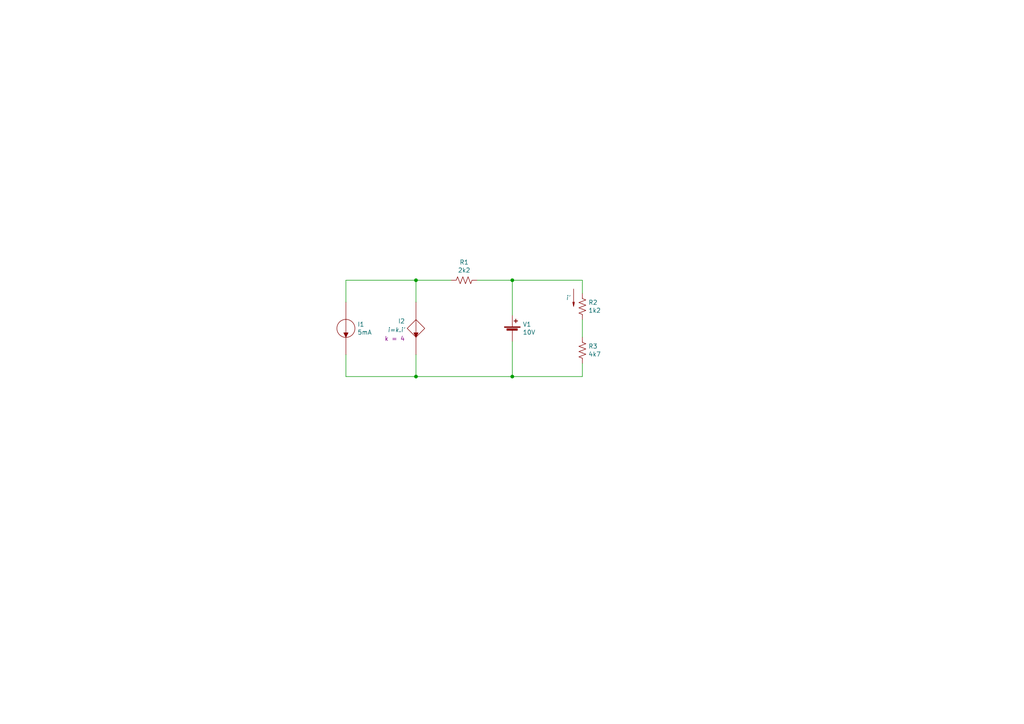
<source format=kicad_sch>
(kicad_sch (version 20211123) (generator eeschema)
  (paper "A4")
  (lib_symbols
    (symbol "Device:Battery_Cell" (pin_numbers hide) (pin_names (offset 0) hide)
      (property "Reference" "BT" (at 2.54 2.54 0))
      (property "Value" "Battery_Cell" (at 2.54 0 0))
      (symbol "Battery_Cell_0_1"
        (rectangle (start -2.286 1.778) (end 2.286 1.524) (fill (type outline)))
        (rectangle (start -1.5748 1.1938) (end 1.4732 0.6858) (fill (type outline)))
        (polyline (pts (xy 0 0.762) (xy 0 0)))
        (polyline (pts (xy 0 1.778) (xy 0 2.54)))
        (polyline (pts (xy 0.508 3.429) (xy 1.524 3.429)) (stroke (width 0.254)))
        (polyline (pts (xy 1.016 3.937) (xy 1.016 2.921)) (stroke (width 0.254)))
      )
      (symbol "Battery_Cell_1_1"
        (pin passive line (at 0 5.08 270) (length 2.54) (name "+") (number "1"))
        (pin passive line (at 0 -2.54 90) (length 2.54) (name "-") (number "2"))
      )
    )
    (symbol "Device:R_US" (pin_numbers hide) (pin_names (offset 0))
      (property "Reference" "R" (at 2.54 0 90))
      (property "Value" "R_US" (at -2.54 0 90))
      (symbol "R_US_0_1"
        (polyline (pts (xy 0 -2.286) (xy 0 -2.54)))
        (polyline (pts (xy 0 2.286) (xy 0 2.54)))
        (polyline (pts (xy 0 -0.762) (xy 1.016 -1.143) (xy 0 -1.524) (xy -1.016 -1.905) (xy 0 -2.286)))
        (polyline (pts (xy 0 0.762) (xy 1.016 0.381) (xy 0 0) (xy -1.016 -0.381) (xy 0 -0.762)))
        (polyline (pts (xy 0 2.286) (xy 1.016 1.905) (xy 0 1.524) (xy -1.016 1.143) (xy 0 0.762)))
      )
      (symbol "R_US_1_1"
        (pin passive line (at 0 3.81 270) (length 1.27) (name "~") (number "1"))
        (pin passive line (at 0 -3.81 90) (length 1.27) (name "~") (number "2"))
      )
    )
    (symbol "fonte-vinculada-e-classificacao-de-bipolos-rescue:fonte_corrente-Pessoal" (pin_numbers hide) (pin_names (offset 0))
      (property "Reference" "I" (at 3.81 0 0))
      (property "Value" "fonte_corrente-Pessoal" (at -3.81 -0.635 90))
      (symbol "fonte_corrente-Pessoal_0_1"
        (polyline (pts (xy 0 -2.54) (xy 0 2.54)))
        (polyline (pts (xy 0 2.54) (xy -0.635 1.27) (xy 0.635 1.27) (xy 0 2.54)) (fill (type outline)))
        (circle (center 0 0) (radius 2.6162))
      )
      (symbol "fonte_corrente-Pessoal_1_1"
        (pin passive line (at 0 7.62 270) (length 5.08) (name "~") (number "1"))
        (pin passive line (at 0 -7.62 90) (length 5.08) (name "~") (number "2"))
      )
    )
    (symbol "fonte-vinculada-e-classificacao-de-bipolos-rescue:fonte_corrente_dep-Pessoal" (pin_numbers hide) (pin_names (offset 0))
      (property "Reference" "I" (at 3.81 0 0))
      (property "Value" "fonte_corrente_dep-Pessoal" (at -3.81 -0.635 90))
      (symbol "fonte_corrente_dep-Pessoal_0_1"
        (polyline (pts (xy 0 -2.54) (xy 0 2.54)))
        (polyline (pts (xy 0 2.54) (xy -0.635 1.27) (xy 0.635 1.27) (xy 0 2.54)) (fill (type outline)))
        (polyline (pts (xy 0 2.54) (xy -2.54 0) (xy 0 -2.54) (xy 2.54 0) (xy 0 2.54)))
      )
      (symbol "fonte_corrente_dep-Pessoal_1_1"
        (pin passive line (at 0 7.62 270) (length 5.08) (name "~") (number "1"))
        (pin passive line (at 0 -7.62 90) (length 5.08) (name "~") (number "2"))
      )
    )
    (symbol "fonte-vinculada-e-classificacao-de-bipolos-rescue:seta_corrente-Pessoal" (pin_names (offset 1.016))
      (property "Reference" "I" (at 1.905 1.27 0))
      (symbol "seta_corrente-Pessoal_1_1"
        (polyline (pts (xy 4.064 0) (xy 0 0)))
        (polyline (pts (xy 5.08 0) (xy 3.81 -0.254) (xy 3.81 0.254) (xy 5.08 0)) (fill (type outline)))
      )
    )
  )
  (junction (at 148.59 109.22))
  (junction (at 148.59 81.28))
  (junction (at 120.65 109.22))
  (junction (at 120.65 81.28))
  (wire (pts (xy 120.65 81.28) (xy 130.81 81.28)))
  (wire (pts (xy 168.91 81.28) (xy 168.91 85.09)))
  (wire (pts (xy 168.91 92.71) (xy 168.91 97.79)))
  (wire (pts (xy 148.59 81.28) (xy 148.59 91.44)))
  (wire (pts (xy 120.65 109.22) (xy 100.33 109.22)))
  (wire (pts (xy 120.65 102.87) (xy 120.65 109.22)))
  (wire (pts (xy 100.33 81.28) (xy 120.65 81.28)))
  (wire (pts (xy 138.43 81.28) (xy 148.59 81.28)))
  (wire (pts (xy 100.33 109.22) (xy 100.33 102.87)))
  (wire (pts (xy 120.65 81.28) (xy 120.65 87.63)))
  (wire (pts (xy 100.33 87.63) (xy 100.33 81.28)))
  (wire (pts (xy 148.59 81.28) (xy 168.91 81.28)))
  (wire (pts (xy 148.59 109.22) (xy 120.65 109.22)))
  (wire (pts (xy 168.91 105.41) (xy 168.91 109.22)))
  (wire (pts (xy 148.59 99.06) (xy 148.59 109.22)))
  (wire (pts (xy 168.91 109.22) (xy 148.59 109.22)))
  (symbol (lib_id "fonte-vinculada-e-classificacao-de-bipolos-rescue:fonte_corrente-Pessoal") (at 100.33 95.25 180) (unit 1)
    (property "Reference" "I1" (at 103.6574 94.0816 0) (effects (justify right)))
    (property "Value" "5mA" (at 103.6574 96.393 0) (effects (justify right)))
  )
  (symbol (lib_id "fonte-vinculada-e-classificacao-de-bipolos-rescue:fonte_corrente_dep-Pessoal") (at 120.65 95.25 0) (mirror x) (unit 1)
    (property "Reference" "I2" (at 117.475 93.1469 0) (effects (justify right)))
    (property "Value" "i=k.i'" (at 117.475 95.6838 0) (effects (font italic) (justify right)))
    (property "Observação" "k = 4" (at 117.475 98.2207 0) (effects (justify right)))
  )
  (symbol (lib_id "Device:R_US") (at 134.62 81.28 270) (unit 1)
    (property "Reference" "R1" (at 134.62 76.073 90))
    (property "Value" "2k2" (at 134.62 78.3844 90))
  )
  (symbol (lib_id "Device:Battery_Cell") (at 148.59 96.52 0) (unit 1)
    (property "Reference" "V1" (at 151.5872 94.0816 0) (effects (justify left)))
    (property "Value" "10V" (at 151.5872 96.393 0) (effects (justify left)))
  )
  (symbol (lib_id "Device:R_US") (at 168.91 88.9 180) (unit 1)
    (property "Reference" "R2" (at 170.6372 87.7316 0) (effects (justify right)))
    (property "Value" "1k2" (at 170.6372 90.043 0) (effects (justify right)))
  )
  (symbol (lib_id "Device:R_US") (at 168.91 101.6 180) (unit 1)
    (property "Reference" "R3" (at 170.6372 100.4316 0) (effects (justify right)))
    (property "Value" "4k7" (at 170.6372 102.743 0) (effects (justify right)))
  )
  (symbol (lib_id "fonte-vinculada-e-classificacao-de-bipolos-rescue:seta_corrente-Pessoal") (at 166.37 83.82 270) (unit 1)
    (property "Reference" "i'" (at 165.4048 86.36 90) (effects (font italic) (justify right)))
    (property "Value" "seta_corrente" (effects hide))
  )
)
</source>
